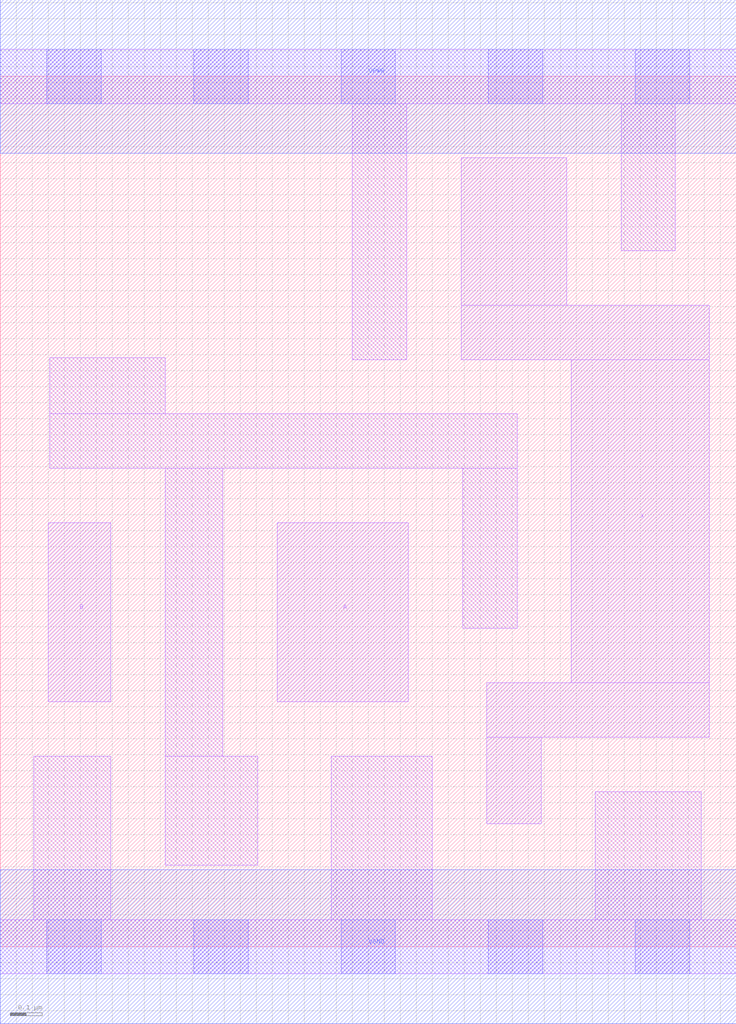
<source format=lef>
# Copyright 2020 The SkyWater PDK Authors
#
# Licensed under the Apache License, Version 2.0 (the "License");
# you may not use this file except in compliance with the License.
# You may obtain a copy of the License at
#
#     https://www.apache.org/licenses/LICENSE-2.0
#
# Unless required by applicable law or agreed to in writing, software
# distributed under the License is distributed on an "AS IS" BASIS,
# WITHOUT WARRANTIES OR CONDITIONS OF ANY KIND, either express or implied.
# See the License for the specific language governing permissions and
# limitations under the License.
#
# SPDX-License-Identifier: Apache-2.0

VERSION 5.7 ;
  NOWIREEXTENSIONATPIN ON ;
  DIVIDERCHAR "/" ;
  BUSBITCHARS "[]" ;
UNITS
  DATABASE MICRONS 200 ;
END UNITS
MACRO sky130_fd_sc_hd__or2_2
  CLASS CORE ;
  FOREIGN sky130_fd_sc_hd__or2_2 ;
  ORIGIN  0.000000  0.000000 ;
  SIZE  2.300000 BY  2.720000 ;
  SYMMETRY X Y R90 ;
  SITE unithd ;
  PIN A
    ANTENNAGATEAREA  0.126000 ;
    DIRECTION INPUT ;
    USE SIGNAL ;
    PORT
      LAYER li1 ;
        RECT 0.865000 0.765000 1.275000 1.325000 ;
    END
  END A
  PIN B
    ANTENNAGATEAREA  0.126000 ;
    DIRECTION INPUT ;
    USE SIGNAL ;
    PORT
      LAYER li1 ;
        RECT 0.150000 0.765000 0.345000 1.325000 ;
    END
  END B
  PIN X
    ANTENNADIFFAREA  0.445500 ;
    DIRECTION OUTPUT ;
    USE SIGNAL ;
    PORT
      LAYER li1 ;
        RECT 1.440000 1.835000 2.215000 2.005000 ;
        RECT 1.440000 2.005000 1.770000 2.465000 ;
        RECT 1.520000 0.385000 1.690000 0.655000 ;
        RECT 1.520000 0.655000 2.215000 0.825000 ;
        RECT 1.785000 0.825000 2.215000 1.835000 ;
    END
  END X
  PIN VGND
    DIRECTION INOUT ;
    SHAPE ABUTMENT ;
    USE GROUND ;
    PORT
      LAYER met1 ;
        RECT 0.000000 -0.240000 2.300000 0.240000 ;
    END
  END VGND
  PIN VPWR
    DIRECTION INOUT ;
    SHAPE ABUTMENT ;
    USE POWER ;
    PORT
      LAYER met1 ;
        RECT 0.000000 2.480000 2.300000 2.960000 ;
    END
  END VPWR
  OBS
    LAYER li1 ;
      RECT 0.000000 -0.085000 2.300000 0.085000 ;
      RECT 0.000000  2.635000 2.300000 2.805000 ;
      RECT 0.105000  0.085000 0.345000 0.595000 ;
      RECT 0.155000  1.495000 1.615000 1.665000 ;
      RECT 0.155000  1.665000 0.515000 1.840000 ;
      RECT 0.515000  0.255000 0.805000 0.595000 ;
      RECT 0.515000  0.595000 0.695000 1.495000 ;
      RECT 1.035000  0.085000 1.350000 0.595000 ;
      RECT 1.100000  1.835000 1.270000 2.635000 ;
      RECT 1.445000  0.995000 1.615000 1.495000 ;
      RECT 1.860000  0.085000 2.190000 0.485000 ;
      RECT 1.940000  2.175000 2.110000 2.635000 ;
    LAYER mcon ;
      RECT 0.145000 -0.085000 0.315000 0.085000 ;
      RECT 0.145000  2.635000 0.315000 2.805000 ;
      RECT 0.605000 -0.085000 0.775000 0.085000 ;
      RECT 0.605000  2.635000 0.775000 2.805000 ;
      RECT 1.065000 -0.085000 1.235000 0.085000 ;
      RECT 1.065000  2.635000 1.235000 2.805000 ;
      RECT 1.525000 -0.085000 1.695000 0.085000 ;
      RECT 1.525000  2.635000 1.695000 2.805000 ;
      RECT 1.985000 -0.085000 2.155000 0.085000 ;
      RECT 1.985000  2.635000 2.155000 2.805000 ;
  END
END sky130_fd_sc_hd__or2_2
END LIBRARY

</source>
